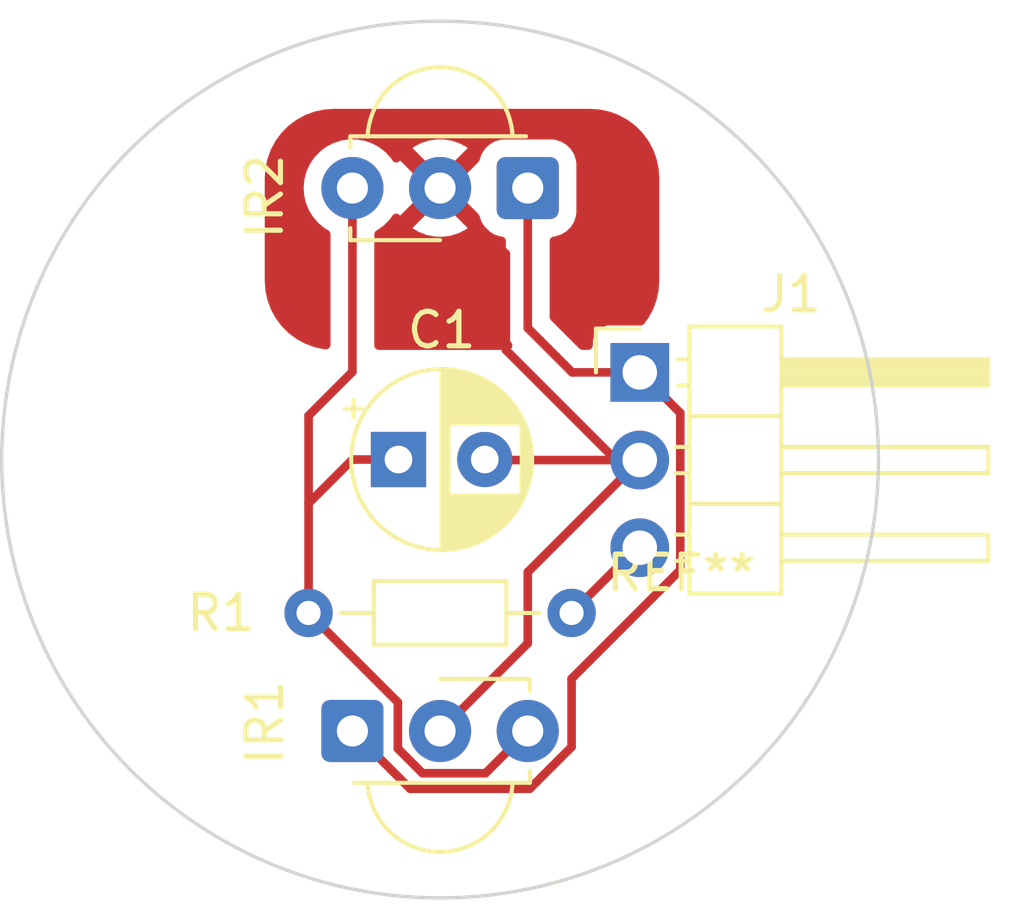
<source format=kicad_pcb>
(kicad_pcb (version 20211014) (generator pcbnew)
  (layers (0 "F.Cu" signal) (31 "B.Cu" signal) (34 "B.Paste" user) (35 "F.Paste" user) (36 "B.SilkS" user "B.Silkscreen") (37 "F.SilkS" user "F.Silkscreen") (38 "B.Mask" user) (39 "F.Mask" user) (44 "Edge.Cuts" user))
  (net 0 "")
  (net 1 "Net-(U1-Pad1)")
  (net 2 "Net-(U1-Pad3)")
  (net 3 "GND")
  (net 4 "Net-(J1-Pad3)")
  (footprint "OptoDevice:Vishay_MINICAST-3Pin" (layer "F.Cu") (at 142.24 86.605)
    (fp_text reference "IR1" (at -2.54 -0.245 90) (layer "F.SilkS"))
    (fp_text value "TSOP38G36")
    (fp_line (start 5.14 -1.16) (end 5.14 -1.51) (layer "F.SilkS") (width 0.12))
    (fp_line (start 5.14 1.16) (end 5.14 1.5) (layer "F.SilkS") (width 0.12))
    (fp_line (start 5.14 -1.51) (end 2.54 -1.51) (layer "F.SilkS") (width 0.12))
    (fp_line (start 5.14 1.5) (end 0.05 1.5) (layer "F.SilkS") (width 0.12))
    (fp_arc (start 4.64 1.5) (mid 2.540869 3.502378) (end 0.440083 1.501736) (layer "F.SilkS") (width 0.12))
    (pad "1" thru_hole roundrect (at 0 0) (size 1.8 1.8) (drill 0.9) (layers *.Cu *.Mask) (roundrect_rratio 0.139) (net 1 "Net-(U1-Pad1)"))
    (pad "2" thru_hole circle (at 2.54 0) (size 1.8 1.8) (drill 0.9) (layers *.Cu *.Mask) (net 3 "GND"))
    (pad "3" thru_hole circle (at 5.08 0) (size 1.8 1.8) (drill 0.9) (layers *.Cu *.Mask) (net 2 "Net-(U1-Pad3)"))
  )
  (footprint "MountingHole:MountingHole_2.7mm" (layer "F.Cu") (at 151.765 85.725)
    (fp_text reference "REF**" (at 0 -3.7) (layer "F.SilkS"))
    (fp_text value "MountingHole_2.7mm")
    (pad "" np_thru_hole circle (at 0 0) (size 2.7 2.7) (drill 2.7) (layers *.Cu *.Mask))
  )
  (footprint "OptoDevice:Vishay_MINICAST-3Pin" (layer "F.Cu") (at 147.32 70.875 180)
    (fp_text reference "IR2" (at 7.62 -0.245 90) (layer "F.SilkS"))
    (fp_text value "TSOP38G36")
    (fp_line (start 5.14 1.5) (end 0.05 1.5) (layer "F.SilkS") (width 0.12))
    (fp_line (start 5.14 -1.51) (end 2.54 -1.51) (layer "F.SilkS") (width 0.12))
    (fp_line (start 5.14 1.16) (end 5.14 1.5) (layer "F.SilkS") (width 0.12))
    (fp_line (start 5.14 -1.16) (end 5.14 -1.51) (layer "F.SilkS") (width 0.12))
    (fp_arc (start 4.64 1.5) (mid 2.540869 3.502378) (end 0.440083 1.501736) (layer "F.SilkS") (width 0.12))
    (pad "1" thru_hole roundrect (at 0 0 180) (size 1.8 1.8) (drill 0.9) (layers *.Cu *.Mask) (roundrect_rratio 0.139) (net 1 "Net-(U1-Pad1)"))
    (pad "2" thru_hole circle (at 2.54 0 180) (size 1.8 1.8) (drill 0.9) (layers *.Cu *.Mask) (net 3 "GND"))
    (pad "3" thru_hole circle (at 5.08 0 180) (size 1.8 1.8) (drill 0.9) (layers *.Cu *.Mask) (net 2 "Net-(U1-Pad3)"))
  )
  (footprint "Resistor_THT:R_Axial_DIN0204_L3.6mm_D1.6mm_P7.62mm_Horizontal" (layer "F.Cu") (at 140.97 83.185)
    (fp_text reference "R1" (at -2.54 0) (layer "F.SilkS"))
    (fp_text value "100" hide)
    (fp_line (start 6.68 0) (end 5.73 0) (layer "F.SilkS") (width 0.12))
    (fp_line (start 1.89 -0.92) (end 1.89 0.92) (layer "F.SilkS") (width 0.12))
    (fp_line (start 5.73 -0.92) (end 1.89 -0.92) (layer "F.SilkS") (width 0.12))
    (fp_line (start 0.94 0) (end 1.89 0) (layer "F.SilkS") (width 0.12))
    (fp_line (start 5.73 0.92) (end 5.73 -0.92) (layer "F.SilkS") (width 0.12))
    (fp_line (start 1.89 0.92) (end 5.73 0.92) (layer "F.SilkS") (width 0.12))
    (pad "1" thru_hole circle (at 0 0) (size 1.4 1.4) (drill 0.7) (layers *.Cu *.Mask) (net 2 "Net-(U1-Pad3)"))
    (pad "2" thru_hole oval (at 7.62 0) (size 1.4 1.4) (drill 0.7) (layers *.Cu *.Mask) (net 4 "Net-(J1-Pad3)"))
  )
  (footprint "Connector_PinHeader_2.54mm:PinHeader_1x03_P2.54mm_Horizontal" (layer "F.Cu") (at 150.565 76.215)
    (fp_text reference "J1" (at 4.385 -2.27) (layer "F.SilkS"))
    (fp_text value "Conn_01x03_Male")
    (fp_line (start 1.042929 2.16) (end 1.44 2.16) (layer "F.SilkS") (width 0.12))
    (fp_line (start 1.44 3.81) (end 4.1 3.81) (layer "F.SilkS") (width 0.12))
    (fp_line (start 4.1 6.41) (end 4.1 -1.33) (layer "F.SilkS") (width 0.12))
    (fp_line (start 1.042929 4.7) (end 1.44 4.7) (layer "F.SilkS") (width 0.12))
    (fp_line (start 4.1 -0.32) (end 10.1 -0.32) (layer "F.SilkS") (width 0.12))
    (fp_line (start 1.44 6.41) (end 4.1 6.41) (layer "F.SilkS") (width 0.12))
    (fp_line (start 4.1 -0.38) (end 10.1 -0.38) (layer "F.SilkS") (width 0.12))
    (fp_line (start 4.1 -0.08) (end 10.1 -0.08) (layer "F.SilkS") (width 0.12))
    (fp_line (start 10.1 2.16) (end 10.1 2.92) (layer "F.SilkS") (width 0.12))
    (fp_line (start 4.1 2.16) (end 10.1 2.16) (layer "F.SilkS") (width 0.12))
    (fp_line (start -1.27 -1.27) (end 0 -1.27) (layer "F.SilkS") (width 0.12))
    (fp_line (start 10.1 5.46) (end 4.1 5.46) (layer "F.SilkS") (width 0.12))
    (fp_line (start 10.1 2.92) (end 4.1 2.92) (layer "F.SilkS") (width 0.12))
    (fp_line (start 4.1 0.16) (end 10.1 0.16) (layer "F.SilkS") (width 0.12))
    (fp_line (start -1.27 0) (end -1.27 -1.27) (layer "F.SilkS") (width 0.12))
    (fp_line (start 10.1 4.7) (end 10.1 5.46) (layer "F.SilkS") (width 0.12))
    (fp_line (start 4.1 -0.2) (end 10.1 -0.2) (layer "F.SilkS") (width 0.12))
    (fp_line (start 1.11 0.38) (end 1.44 0.38) (layer "F.SilkS") (width 0.12))
    (fp_line (start 1.11 -0.38) (end 1.44 -0.38) (layer "F.SilkS") (width 0.12))
    (fp_line (start 4.1 0.04) (end 10.1 0.04) (layer "F.SilkS") (width 0.12))
    (fp_line (start 10.1 0.38) (end 4.1 0.38) (layer "F.SilkS") (width 0.12))
    (fp_line (start 1.44 -1.33) (end 1.44 6.41) (layer "F.SilkS") (width 0.12))
    (fp_line (start 1.042929 5.46) (end 1.44 5.46) (layer "F.SilkS") (width 0.12))
    (fp_line (start 1.042929 2.92) (end 1.44 2.92) (layer "F.SilkS") (width 0.12))
    (fp_line (start 4.1 0.28) (end 10.1 0.28) (layer "F.SilkS") (width 0.12))
    (fp_line (start 1.44 1.27) (end 4.1 1.27) (layer "F.SilkS") (width 0.12))
    (fp_line (start 4.1 -1.33) (end 1.44 -1.33) (layer "F.SilkS") (width 0.12))
    (fp_line (start 4.1 4.7) (end 10.1 4.7) (layer "F.SilkS") (width 0.12))
    (fp_line (start 10.1 -0.38) (end 10.1 0.38) (layer "F.SilkS") (width 0.12))
    (pad "1" thru_hole rect (at 0 0) (size 1.7 1.7) (drill 1) (layers *.Cu *.Mask) (net 1 "Net-(U1-Pad1)"))
    (pad "2" thru_hole oval (at 0 2.54) (size 1.7 1.7) (drill 1) (layers *.Cu *.Mask) (net 3 "GND"))
    (pad "3" thru_hole oval (at 0 5.08) (size 1.7 1.7) (drill 1) (layers *.Cu *.Mask) (net 4 "Net-(J1-Pad3)"))
  )
  (footprint "Capacitor_THT:CP_Radial_D5.0mm_P2.50mm" (layer "F.Cu") (at 143.574888 78.74)
    (fp_text reference "C1" (at 1.25 -3.75) (layer "F.SilkS"))
    (fp_text value "100" hide)
    (fp_line (start 1.29 -2.58) (end 1.29 2.58) (layer "F.SilkS") (width 0.12))
    (fp_line (start 1.73 1.04) (end 1.73 2.536) (layer "F.SilkS") (width 0.12))
    (fp_line (start 2.291 1.04) (end 2.291 2.365) (layer "F.SilkS") (width 0.12))
    (fp_line (start 1.89 -2.501) (end 1.89 -1.04) (layer "F.SilkS") (width 0.12))
    (fp_line (start 3.331 1.04) (end 3.331 1.554) (layer "F.SilkS") (width 0.12))
    (fp_line (start 2.771 -2.095) (end 2.771 -1.04) (layer "F.SilkS") (width 0.12))
    (fp_line (start -1.304775 -1.725) (end -1.304775 -1.225) (layer "F.SilkS") (width 0.12))
    (fp_line (start 2.131 -2.428) (end 2.131 -1.04) (layer "F.SilkS") (width 0.12))
    (fp_line (start 2.931 -1.971) (end 2.931 -1.04) (layer "F.SilkS") (width 0.12))
    (fp_line (start 1.93 -2.491) (end 1.93 -1.04) (layer "F.SilkS") (width 0.12))
    (fp_line (start 3.171 1.04) (end 3.171 1.743) (layer "F.SilkS") (width 0.12))
    (fp_line (start 3.251 -1.653) (end 3.251 -1.04) (layer "F.SilkS") (width 0.12))
    (fp_line (start 2.731 -2.122) (end 2.731 -1.04) (layer "F.SilkS") (width 0.12))
    (fp_line (start 3.611 -1.098) (end 3.611 1.098) (layer "F.SilkS") (width 0.12))
    (fp_line (start 3.371 -1.5) (end 3.371 -1.04) (layer "F.SilkS") (width 0.12))
    (fp_line (start 1.69 -2.543) (end 1.69 -1.04) (layer "F.SilkS") (width 0.12))
    (fp_line (start 1.57 1.04) (end 1.57 2.561) (layer "F.SilkS") (width 0.12))
    (fp_line (start 2.611 1.04) (end 2.611 2.2) (layer "F.SilkS") (width 0.12))
    (fp_line (start 2.411 -2.31) (end 2.411 -1.04) (layer "F.SilkS") (width 0.12))
    (fp_line (start 2.531 -2.247) (end 2.531 -1.04) (layer "F.SilkS") (width 0.12))
    (fp_line (start 3.091 1.04) (end 3.091 1.826) (layer "F.SilkS") (width 0.12))
    (fp_line (start 2.211 -2.398) (end 2.211 -1.04) (layer "F.SilkS") (width 0.12))
    (fp_line (start 2.451 1.04) (end 2.451 2.29) (layer "F.SilkS") (width 0.12))
    (fp_line (start 3.531 1.04) (end 3.531 1.251) (layer "F.SilkS") (width 0.12))
    (fp_line (start 3.211 -1.699) (end 3.211 -1.04) (layer "F.SilkS") (width 0.12))
    (fp_line (start 2.371 1.04) (end 2.371 2.329) (layer "F.SilkS") (width 0.12))
    (fp_line (start 3.171 -1.743) (end 3.171 -1.04) (layer "F.SilkS") (width 0.12))
    (fp_line (start 1.53 -2.565) (end 1.53 -1.04) (layer "F.SilkS") (width 0.12))
    (fp_line (start 3.691 -0.915) (end 3.691 0.915) (layer "F.SilkS") (width 0.12))
    (fp_line (start 2.571 -2.224) (end 2.571 -1.04) (layer "F.SilkS") (width 0.12))
    (fp_line (start 2.851 1.04) (end 2.851 2.035) (layer "F.SilkS") (width 0.12))
    (fp_line (start 2.811 -2.065) (end 2.811 -1.04) (layer "F.SilkS") (width 0.12))
    (fp_line (start 3.411 1.04) (end 3.411 1.443) (layer "F.SilkS") (width 0.12))
    (fp_line (start 2.811 1.04) (end 2.811 2.065) (layer "F.SilkS") (width 0.12))
    (fp_line (start 2.691 -2.149) (end 2.691 -1.04) (layer "F.SilkS") (width 0.12))
    (fp_line (start 1.49 -2.569) (end 1.49 -1.04) (layer "F.SilkS") (width 0.12))
    (fp_line (start 1.89 1.04) (end 1.89 2.501) (layer "F.SilkS") (width 0.12))
    (fp_line (start 2.771 1.04) (end 2.771 2.095) (layer "F.SilkS") (width 0.12))
    (fp_line (start 2.611 -2.2) (end 2.611 -1.04) (layer "F.SilkS") (width 0.12))
    (fp_line (start 1.37 -2.578) (end 1.37 2.578) (layer "F.SilkS") (width 0.12))
    (fp_line (start 1.93 1.04) (end 1.93 2.491) (layer "F.SilkS") (width 0.12))
    (fp_line (start 2.171 1.04) (end 2.171 2.414) (layer "F.SilkS") (width 0.12))
    (fp_line (start 3.291 1.04) (end 3.291 1.605) (layer "F.SilkS") (width 0.12))
    (fp_line (start 1.971 1.04) (end 1.971 2.48) (layer "F.SilkS") (width 0.12))
    (fp_line (start 2.331 1.04) (end 2.331 2.348) (layer "F.SilkS") (width 0.12))
    (fp_line (start 3.491 -1.319) (end 3.491 -1.04) (layer "F.SilkS") (width 0.12))
    (fp_line (start 1.81 -2.52) (end 1.81 -1.04) (layer "F.SilkS") (width 0.12))
    (fp_line (start 2.091 -2.442) (end 2.091 -1.04) (layer "F.SilkS") (width 0.12))
    (fp_line (start 1.57 -2.561) (end 1.57 -1.04) (layer "F.SilkS") (width 0.12))
    (fp_line (start 2.091 1.04) (end 2.091 2.442) (layer "F.SilkS") (width 0.12))
    (fp_line (start 2.851 -2.035) (end 2.851 -1.04) (layer "F.SilkS") (width 0.12))
    (fp_line (start 3.451 1.04) (end 3.451 1.383) (layer "F.SilkS") (width 0.12))
    (fp_line (start 3.011 -1.901) (end 3.011 -1.04) (layer "F.SilkS") (width 0.12))
    (fp_line (start 3.251 1.04) (end 3.251 1.653) (layer "F.SilkS") (width 0.12))
    (fp_line (start 1.85 1.04) (end 1.85 2.511) (layer "F.SilkS") (width 0.12))
    (fp_line (start 2.571 1.04) (end 2.571 2.224) (layer "F.SilkS") (width 0.12))
    (fp_line (start 3.411 -1.443) (end 3.411 -1.04) (layer "F.SilkS") (width 0.12))
    (fp_line (start 1.73 -2.536) (end 1.73 -1.04) (layer "F.SilkS") (width 0.12))
    (fp_line (start 2.131 1.04) (end 2.131 2.428) (layer "F.SilkS") (width 0.12))
    (fp_line (start 1.77 -2.528) (end 1.77 -1.04) (layer "F.SilkS") (width 0.12))
    (fp_line (start 3.011 1.04) (end 3.011 1.901) (layer "F.SilkS") (width 0.12))
    (fp_line (start 3.291 -1.605) (end 3.291 -1.04) (layer "F.SilkS") (width 0.12))
    (fp_line (start 2.051 -2.455) (end 2.051 -1.04) (layer "F.SilkS") (width 0.12))
    (fp_line (start 3.211 1.04) (end 3.211 1.699) (layer "F.SilkS") (width 0.12))
    (fp_line (start 2.011 -2.468) (end 2.011 -1.04) (layer "F.SilkS") (width 0.12))
    (fp_line (start 2.971 1.04) (end 2.971 1.937) (layer "F.SilkS") (width 0.12))
    (fp_line (start 2.651 1.04) (end 2.651 2.175) (layer "F.SilkS") (width 0.12))
    (fp_line (start 2.051 1.04) (end 2.051 2.455) (layer "F.SilkS") (width 0.12))
    (fp_line (start 2.691 1.04) (end 2.691 2.149) (layer "F.SilkS") (width 0.12))
    (fp_line (start 3.331 -1.554) (end 3.331 -1.04) (layer "F.SilkS") (width 0.12))
    (fp_line (start 1.53 1.04) (end 1.53 2.565) (layer "F.SilkS") (width 0.12))
    (fp_line (start 3.131 -1.785) (end 3.131 -1.04) (layer "F.SilkS") (width 0.12))
    (fp_line (start 3.451 -1.383) (end 3.451 -1.04) (layer "F.SilkS") (width 0.12))
    (fp_line (start 1.85 -2.511) (end 1.85 -1.04) (layer "F.SilkS") (width 0.12))
    (fp_line (start 1.41 -2.576) (end 1.41 2.576) (layer "F.SilkS") (width 0.12))
    (fp_line (start 2.891 1.04) (end 2.891 2.004) (layer "F.SilkS") (width 0.12))
    (fp_line (start 1.69 1.04) (end 1.69 2.543) (layer "F.SilkS") (width 0.12))
    (fp_line (start 2.891 -2.004) (end 2.891 -1.04) (layer "F.SilkS") (width 0.12))
    (fp_line (start 3.651 -1.011) (end 3.651 1.011) (layer "F.SilkS") (width 0.12))
    (fp_line (start 2.251 -2.382) (end 2.251 -1.04) (layer "F.SilkS") (width 0.12))
    (fp_line (start 2.251 1.04) (end 2.251 2.382) (layer "F.SilkS") (width 0.12))
    (fp_line (start 3.051 1.04) (end 3.051 1.864) (layer "F.SilkS") (width 0.12))
    (fp_line (start 3.771 -0.677) (end 3.771 0.677) (layer "F.SilkS") (width 0.12))
    (fp_line (start 1.81 1.04) (end 1.81 2.52) (layer "F.SilkS") (width 0.12))
    (fp_line (start 2.531 1.04) (end 2.531 2.247) (layer "F.SilkS") (width 0.12))
    (fp_line (start 1.49 1.04) (end 1.49 2.569) (layer "F.SilkS") (width 0.12))
    (fp_line (start 2.411 1.04) (end 2.411 2.31) (layer "F.SilkS") (width 0.12))
    (fp_line (start 1.65 -2.55) (end 1.65 -1.04) (layer "F.SilkS") (width 0.12))
    (fp_line (start 1.61 1.04) (end 1.61 2.556) (layer "F.SilkS") (width 0.12))
    (fp_line (start 1.971 -2.48) (end 1.971 -1.04) (layer "F.SilkS") (width 0.12))
    (fp_line (start 2.291 -2.365) (end 2.291 -1.04) (layer "F.SilkS") (width 0.12))
    (fp_line (start 2.491 1.04) (end 2.491 2.268) (layer "F.SilkS") (width 0.12))
    (fp_line (start 1.61 -2.556) (end 1.61 -1.04) (layer "F.SilkS") (width 0.12))
    (fp_line (start 3.371 1.04) (end 3.371 1.5) (layer "F.SilkS") (width 0.12))
    (fp_line (start 2.491 -2.268) (end 2.491 -1.04) (layer "F.SilkS") (width 0.12))
    (fp_line (start 1.33 -2.579) (end 1.33 2.579) (layer "F.SilkS") (width 0.12))
    (fp_line (start 2.331 -2.348) (end 2.331 -1.04) (layer "F.SilkS") (width 0.12))
    (fp_line (start 3.571 -1.178) (end 3.571 1.178) (layer "F.SilkS") (width 0.12))
    (fp_line (start 1.45 -2.573) (end 1.45 2.573) (layer "F.SilkS") (width 0.12))
    (fp_line (start 2.971 -1.937) (end 2.971 -1.04) (layer "F.SilkS") (width 0.12))
    (fp_line (start 1.25 -2.58) (end 1.25 2.58) (layer "F.SilkS") (width 0.12))
    (fp_line (start 2.931 1.04) (end 2.931 1.971) (layer "F.SilkS") (width 0.12))
    (fp_line (start 3.131 1.04) (end 3.131 1.785) (layer "F.SilkS") (width 0.12))
    (fp_line (start 3.851 -0.284) (end 3.851 0.284) (layer "F.SilkS") (width 0.12))
    (fp_line (start 2.731 1.04) (end 2.731 2.122) (layer "F.SilkS") (width 0.12))
    (fp_line (start -1.554775 -1.475) (end -1.054775 -1.475) (layer "F.SilkS") (width 0.12))
    (fp_line (start 2.451 -2.29) (end 2.451 -1.04) (layer "F.SilkS") (width 0.12))
    (fp_line (start 2.211 1.04) (end 2.211 2.398) (layer "F.SilkS") (width 0.12))
    (fp_line (start 3.811 -0.518) (end 3.811 0.518) (layer "F.SilkS") (width 0.12))
    (fp_line (start 3.531 -1.251) (end 3.531 -1.04) (layer "F.SilkS") (width 0.12))
    (fp_line (start 3.091 -1.826) (end 3.091 -1.04) (layer "F.SilkS") (width 0.12))
    (fp_line (start 3.491 1.04) (end 3.491 1.319) (layer "F.SilkS") (width 0.12))
    (fp_line (start 2.171 -2.414) (end 2.171 -1.04) (layer "F.SilkS") (width 0.12))
    (fp_line (start 2.011 1.04) (end 2.011 2.468) (layer "F.SilkS") (width 0.12))
    (fp_line (start 1.77 1.04) (end 1.77 2.528) (layer "F.SilkS") (width 0.12))
    (fp_line (start 1.65 1.04) (end 1.65 2.55) (layer "F.SilkS") (width 0.12))
    (fp_line (start 3.051 -1.864) (end 3.051 -1.04) (layer "F.SilkS") (width 0.12))
    (fp_line (start 2.651 -2.175) (end 2.651 -1.04) (layer "F.SilkS") (width 0.12))
    (fp_line (start 3.731 -0.805) (end 3.731 0.805) (layer "F.SilkS") (width 0.12))
    (fp_line (start 2.371 -2.329) (end 2.371 -1.04) (layer "F.SilkS") (width 0.12))
    (fp_circle (center 1.25 0) (end 3.87 0) (layer "F.SilkS") (width 0.12) (fill none))
    (pad "1" thru_hole rect (at 0 0) (size 1.6 1.6) (drill 0.8) (layers *.Cu *.Mask) (net 2 "Net-(U1-Pad3)"))
    (pad "2" thru_hole circle (at 2.5 0) (size 1.6 1.6) (drill 0.8) (layers *.Cu *.Mask) (net 3 "GND"))
  )
  (gr_circle (center 144.78 78.74) (end 157.48 78.74) (layer "Edge.Cuts") (width 0.1) (fill none))
  (segment (start 147.37769 88.279031) (end 148.59 87.066721) (width 0.25) (layer "F.Cu") (net 1))
  (segment (start 151.739511 77.389511) (end 150.565 76.215) (width 0.25) (layer "F.Cu") (net 1))
  (segment (start 148.59 85.09) (end 151.739511 81.940489) (width 0.25) (layer "F.Cu") (net 1))
  (segment (start 142.24 86.605) (end 143.914031 88.279031) (width 0.25) (layer "F.Cu") (net 1))
  (segment (start 148.605 76.215) (end 147.32 74.93) (width 0.25) (layer "F.Cu") (net 1))
  (segment (start 147.32 74.93) (end 147.32 70.875) (width 0.25) (layer "F.Cu") (net 1))
  (segment (start 151.739511 81.940489) (end 151.739511 77.389511) (width 0.25) (layer "F.Cu") (net 1))
  (segment (start 150.565 76.215) (end 148.605 76.215) (width 0.25) (layer "F.Cu") (net 1))
  (segment (start 148.59 87.066721) (end 148.59 85.09) (width 0.25) (layer "F.Cu") (net 1))
  (segment (start 143.914031 88.279031) (end 147.37769 88.279031) (width 0.25) (layer "F.Cu") (net 1))
  (segment (start 140.97 80.01) (end 142.24 78.74) (width 0.25) (layer "F.Cu") (net 2))
  (segment (start 142.24 76.2) (end 142.24 70.875) (width 0.25) (layer "F.Cu") (net 2))
  (segment (start 143.555489 85.770489) (end 143.555489 87.11221) (width 0.25) (layer "F.Cu") (net 2))
  (segment (start 140.97 80.01) (end 140.97 77.47) (width 0.25) (layer "F.Cu") (net 2))
  (segment (start 146.095489 87.829511) (end 147.32 86.605) (width 0.25) (layer "F.Cu") (net 2))
  (segment (start 140.97 83.185) (end 140.97 80.01) (width 0.25) (layer "F.Cu") (net 2))
  (segment (start 142.24 78.74) (end 143.574888 78.74) (width 0.25) (layer "F.Cu") (net 2))
  (segment (start 143.555489 85.770489) (end 140.97 83.185) (width 0.25) (layer "F.Cu") (net 2))
  (segment (start 140.97 77.47) (end 142.24 76.2) (width 0.25) (layer "F.Cu") (net 2))
  (segment (start 143.555489 87.11221) (end 144.27279 87.829511) (width 0.25) (layer "F.Cu") (net 2))
  (segment (start 144.27279 87.829511) (end 146.095489 87.829511) (width 0.25) (layer "F.Cu") (net 2))
  (segment (start 147.32 84.065) (end 147.32 82) (width 0.25) (layer "F.Cu") (net 3))
  (segment (start 150.565 78.755) (end 146.089888 78.755) (width 0.25) (layer "F.Cu") (net 3))
  (segment (start 144.78 70.875) (end 146.685 72.78) (width 0.25) (layer "F.Cu") (net 3))
  (segment (start 146.089888 78.755) (end 146.074888 78.74) (width 0.25) (layer "F.Cu") (net 3))
  (segment (start 149.875 78.755) (end 150.565 78.755) (width 0.25) (layer "F.Cu") (net 3))
  (segment (start 144.78 86.605) (end 147.32 84.065) (width 0.25) (layer "F.Cu") (net 3))
  (segment (start 147.32 82) (end 150.565 78.755) (width 0.25) (layer "F.Cu") (net 3))
  (segment (start 146.685 72.78) (end 146.685 75.565) (width 0.25) (layer "F.Cu") (net 3))
  (segment (start 146.685 75.565) (end 149.875 78.755) (width 0.25) (layer "F.Cu") (net 3))
  (segment (start 150.48 81.295) (end 150.565 81.295) (width 0.25) (layer "F.Cu") (net 4))
  (segment (start 148.59 83.185) (end 150.48 81.295) (width 0.25) (layer "F.Cu") (net 4))
  (segment (start 150.565 81.845) (end 150.565 81.295) (width 0.25) (layer "F.Cu") (net 4))
  (zone (net 3) (net_name "GND") (layer "F.Cu") (connect_pads (clearance 0.508)) (min_thickness 0.254) (fill yes (thermal_gap 0.508) (thermal_bridge_width 0.508) (smoothing fillet) (radius 2))
    (polygon (pts (xy 151.13 75.565) (xy 139.7 75.565) (xy 139.7 68.58) (xy 151.13 68.58)))
  )
)
</source>
